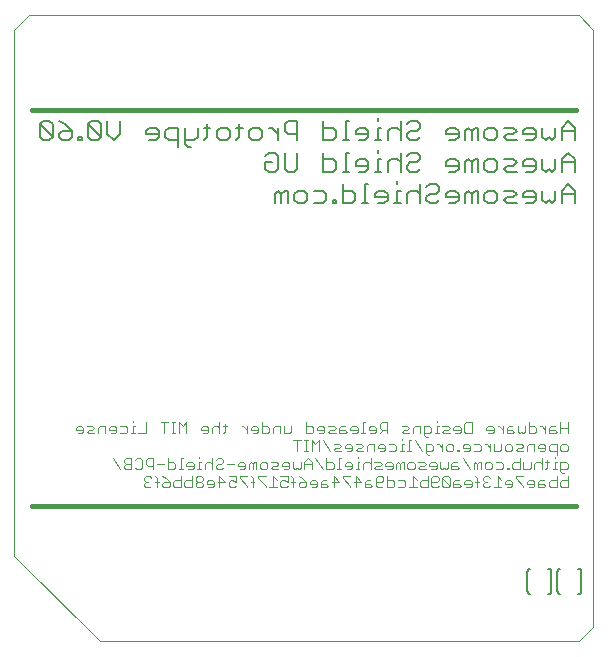
<source format=gbo>
G75*
%MOIN*%
%OFA0B0*%
%FSLAX25Y25*%
%IPPOS*%
%LPD*%
%AMOC8*
5,1,8,0,0,1.08239X$1,22.5*
%
%ADD10C,0.00004*%
%ADD11C,0.00600*%
%ADD12C,0.00300*%
%ADD13C,0.01600*%
%ADD14C,0.00800*%
D10*
X0008874Y0037220D02*
X0037220Y0008874D01*
X0197063Y0008874D01*
X0201787Y0013598D01*
X0201787Y0212811D01*
X0197063Y0217535D01*
X0013598Y0217535D01*
X0008874Y0212811D01*
X0008874Y0037220D01*
D11*
X0095703Y0154843D02*
X0095703Y0158046D01*
X0096771Y0159114D01*
X0097839Y0158046D01*
X0097839Y0154843D01*
X0099974Y0154843D02*
X0099974Y0159114D01*
X0098906Y0159114D01*
X0097839Y0158046D01*
X0102149Y0158046D02*
X0102149Y0155911D01*
X0103216Y0154843D01*
X0105352Y0154843D01*
X0106419Y0155911D01*
X0106419Y0158046D01*
X0105352Y0159114D01*
X0103216Y0159114D01*
X0102149Y0158046D01*
X0108594Y0159114D02*
X0111797Y0159114D01*
X0112865Y0158046D01*
X0112865Y0155911D01*
X0111797Y0154843D01*
X0108594Y0154843D01*
X0115020Y0154843D02*
X0116087Y0154843D01*
X0116087Y0155911D01*
X0115020Y0155911D01*
X0115020Y0154843D01*
X0118263Y0154843D02*
X0121465Y0154843D01*
X0122533Y0155911D01*
X0122533Y0158046D01*
X0121465Y0159114D01*
X0118263Y0159114D01*
X0118263Y0161249D02*
X0118263Y0154843D01*
X0124695Y0154843D02*
X0126830Y0154843D01*
X0125762Y0154843D02*
X0125762Y0161249D01*
X0126830Y0161249D01*
X0129005Y0158046D02*
X0130073Y0159114D01*
X0132208Y0159114D01*
X0133275Y0158046D01*
X0133275Y0155911D01*
X0132208Y0154843D01*
X0130073Y0154843D01*
X0129005Y0156978D02*
X0133275Y0156978D01*
X0135437Y0154843D02*
X0137572Y0154843D01*
X0136505Y0154843D02*
X0136505Y0159114D01*
X0137572Y0159114D01*
X0136505Y0161249D02*
X0136505Y0162316D01*
X0137572Y0165343D02*
X0137572Y0171749D01*
X0136505Y0169614D02*
X0134370Y0169614D01*
X0133302Y0168546D01*
X0133302Y0165343D01*
X0131127Y0165343D02*
X0128992Y0165343D01*
X0130059Y0165343D02*
X0130059Y0169614D01*
X0131127Y0169614D01*
X0130059Y0171749D02*
X0130059Y0172816D01*
X0130059Y0175843D02*
X0130059Y0180114D01*
X0131127Y0180114D01*
X0130059Y0182249D02*
X0130059Y0183316D01*
X0126830Y0179046D02*
X0125762Y0180114D01*
X0123627Y0180114D01*
X0122560Y0179046D01*
X0122560Y0177978D01*
X0126830Y0177978D01*
X0126830Y0176911D02*
X0126830Y0179046D01*
X0126830Y0176911D02*
X0125762Y0175843D01*
X0123627Y0175843D01*
X0120384Y0175843D02*
X0118249Y0175843D01*
X0119317Y0175843D02*
X0119317Y0182249D01*
X0120384Y0182249D01*
X0116087Y0179046D02*
X0116087Y0176911D01*
X0115020Y0175843D01*
X0111817Y0175843D01*
X0111817Y0182249D01*
X0111817Y0180114D02*
X0115020Y0180114D01*
X0116087Y0179046D01*
X0119317Y0171749D02*
X0119317Y0165343D01*
X0120384Y0165343D02*
X0118249Y0165343D01*
X0116087Y0166411D02*
X0116087Y0168546D01*
X0115020Y0169614D01*
X0111817Y0169614D01*
X0111817Y0171749D02*
X0111817Y0165343D01*
X0115020Y0165343D01*
X0116087Y0166411D01*
X0119317Y0171749D02*
X0120384Y0171749D01*
X0122560Y0168546D02*
X0122560Y0167478D01*
X0126830Y0167478D01*
X0126830Y0166411D02*
X0126830Y0168546D01*
X0125762Y0169614D01*
X0123627Y0169614D01*
X0122560Y0168546D01*
X0123627Y0165343D02*
X0125762Y0165343D01*
X0126830Y0166411D01*
X0129005Y0158046D02*
X0129005Y0156978D01*
X0139748Y0158046D02*
X0139748Y0154843D01*
X0139748Y0158046D02*
X0140815Y0159114D01*
X0142950Y0159114D01*
X0144018Y0158046D01*
X0146193Y0156978D02*
X0146193Y0155911D01*
X0147261Y0154843D01*
X0149396Y0154843D01*
X0150463Y0155911D01*
X0149396Y0158046D02*
X0147261Y0158046D01*
X0146193Y0156978D01*
X0144018Y0154843D02*
X0144018Y0161249D01*
X0146193Y0160181D02*
X0147261Y0161249D01*
X0149396Y0161249D01*
X0150463Y0160181D01*
X0150463Y0159114D01*
X0149396Y0158046D01*
X0152639Y0158046D02*
X0152639Y0156978D01*
X0156909Y0156978D01*
X0156909Y0155911D02*
X0156909Y0158046D01*
X0155841Y0159114D01*
X0153706Y0159114D01*
X0152639Y0158046D01*
X0153706Y0154843D02*
X0155841Y0154843D01*
X0156909Y0155911D01*
X0159084Y0154843D02*
X0159084Y0158046D01*
X0160152Y0159114D01*
X0161219Y0158046D01*
X0161219Y0154843D01*
X0163354Y0154843D02*
X0163354Y0159114D01*
X0162287Y0159114D01*
X0161219Y0158046D01*
X0165530Y0158046D02*
X0165530Y0155911D01*
X0166597Y0154843D01*
X0168732Y0154843D01*
X0169800Y0155911D01*
X0169800Y0158046D01*
X0168732Y0159114D01*
X0166597Y0159114D01*
X0165530Y0158046D01*
X0171975Y0159114D02*
X0175178Y0159114D01*
X0176245Y0158046D01*
X0175178Y0156978D01*
X0173043Y0156978D01*
X0171975Y0155911D01*
X0173043Y0154843D01*
X0176245Y0154843D01*
X0178421Y0156978D02*
X0182691Y0156978D01*
X0182691Y0155911D02*
X0182691Y0158046D01*
X0181623Y0159114D01*
X0179488Y0159114D01*
X0178421Y0158046D01*
X0178421Y0156978D01*
X0179488Y0154843D02*
X0181623Y0154843D01*
X0182691Y0155911D01*
X0184866Y0155911D02*
X0184866Y0159114D01*
X0184866Y0155911D02*
X0185934Y0154843D01*
X0187001Y0155911D01*
X0188069Y0154843D01*
X0189136Y0155911D01*
X0189136Y0159114D01*
X0191312Y0159114D02*
X0191312Y0154843D01*
X0191312Y0158046D02*
X0195582Y0158046D01*
X0195582Y0159114D02*
X0195582Y0154843D01*
X0195582Y0159114D02*
X0193447Y0161249D01*
X0191312Y0159114D01*
X0191312Y0165343D02*
X0191312Y0169614D01*
X0193447Y0171749D01*
X0195582Y0169614D01*
X0195582Y0165343D01*
X0195582Y0168546D02*
X0191312Y0168546D01*
X0189136Y0169614D02*
X0189136Y0166411D01*
X0188069Y0165343D01*
X0187001Y0166411D01*
X0185934Y0165343D01*
X0184866Y0166411D01*
X0184866Y0169614D01*
X0182691Y0168546D02*
X0182691Y0166411D01*
X0181623Y0165343D01*
X0179488Y0165343D01*
X0178421Y0167478D02*
X0178421Y0168546D01*
X0179488Y0169614D01*
X0181623Y0169614D01*
X0182691Y0168546D01*
X0182691Y0167478D02*
X0178421Y0167478D01*
X0176245Y0168546D02*
X0175178Y0169614D01*
X0171975Y0169614D01*
X0173043Y0167478D02*
X0171975Y0166411D01*
X0173043Y0165343D01*
X0176245Y0165343D01*
X0175178Y0167478D02*
X0176245Y0168546D01*
X0175178Y0167478D02*
X0173043Y0167478D01*
X0169800Y0166411D02*
X0168732Y0165343D01*
X0166597Y0165343D01*
X0165530Y0166411D01*
X0165530Y0168546D01*
X0166597Y0169614D01*
X0168732Y0169614D01*
X0169800Y0168546D01*
X0169800Y0166411D01*
X0163354Y0165343D02*
X0163354Y0169614D01*
X0162287Y0169614D01*
X0161219Y0168546D01*
X0160152Y0169614D01*
X0159084Y0168546D01*
X0159084Y0165343D01*
X0161219Y0165343D02*
X0161219Y0168546D01*
X0156909Y0168546D02*
X0156909Y0166411D01*
X0155841Y0165343D01*
X0153706Y0165343D01*
X0152639Y0167478D02*
X0156909Y0167478D01*
X0156909Y0168546D02*
X0155841Y0169614D01*
X0153706Y0169614D01*
X0152639Y0168546D01*
X0152639Y0167478D01*
X0153706Y0175843D02*
X0155841Y0175843D01*
X0156909Y0176911D01*
X0156909Y0179046D01*
X0155841Y0180114D01*
X0153706Y0180114D01*
X0152639Y0179046D01*
X0152639Y0177978D01*
X0156909Y0177978D01*
X0159084Y0179046D02*
X0159084Y0175843D01*
X0161219Y0175843D02*
X0161219Y0179046D01*
X0160152Y0180114D01*
X0159084Y0179046D01*
X0161219Y0179046D02*
X0162287Y0180114D01*
X0163354Y0180114D01*
X0163354Y0175843D01*
X0165530Y0176911D02*
X0165530Y0179046D01*
X0166597Y0180114D01*
X0168732Y0180114D01*
X0169800Y0179046D01*
X0169800Y0176911D01*
X0168732Y0175843D01*
X0166597Y0175843D01*
X0165530Y0176911D01*
X0171975Y0176911D02*
X0173043Y0177978D01*
X0175178Y0177978D01*
X0176245Y0179046D01*
X0175178Y0180114D01*
X0171975Y0180114D01*
X0171975Y0176911D02*
X0173043Y0175843D01*
X0176245Y0175843D01*
X0178421Y0177978D02*
X0182691Y0177978D01*
X0182691Y0176911D02*
X0182691Y0179046D01*
X0181623Y0180114D01*
X0179488Y0180114D01*
X0178421Y0179046D01*
X0178421Y0177978D01*
X0179488Y0175843D02*
X0181623Y0175843D01*
X0182691Y0176911D01*
X0184866Y0176911D02*
X0184866Y0180114D01*
X0184866Y0176911D02*
X0185934Y0175843D01*
X0187001Y0176911D01*
X0188069Y0175843D01*
X0189136Y0176911D01*
X0189136Y0180114D01*
X0191312Y0180114D02*
X0191312Y0175843D01*
X0191312Y0179046D02*
X0195582Y0179046D01*
X0195582Y0180114D02*
X0193447Y0182249D01*
X0191312Y0180114D01*
X0195582Y0180114D02*
X0195582Y0175843D01*
X0144018Y0176911D02*
X0142950Y0175843D01*
X0140815Y0175843D01*
X0139748Y0176911D01*
X0139748Y0177978D01*
X0140815Y0179046D01*
X0142950Y0179046D01*
X0144018Y0180114D01*
X0144018Y0181181D01*
X0142950Y0182249D01*
X0140815Y0182249D01*
X0139748Y0181181D01*
X0137572Y0182249D02*
X0137572Y0175843D01*
X0137572Y0179046D02*
X0136505Y0180114D01*
X0134370Y0180114D01*
X0133302Y0179046D01*
X0133302Y0175843D01*
X0131127Y0175843D02*
X0128992Y0175843D01*
X0136505Y0169614D02*
X0137572Y0168546D01*
X0139748Y0167478D02*
X0139748Y0166411D01*
X0140815Y0165343D01*
X0142950Y0165343D01*
X0144018Y0166411D01*
X0142950Y0168546D02*
X0140815Y0168546D01*
X0139748Y0167478D01*
X0142950Y0168546D02*
X0144018Y0169614D01*
X0144018Y0170681D01*
X0142950Y0171749D01*
X0140815Y0171749D01*
X0139748Y0170681D01*
X0103196Y0171749D02*
X0103196Y0166411D01*
X0102129Y0165343D01*
X0099994Y0165343D01*
X0098926Y0166411D01*
X0098926Y0171749D01*
X0096751Y0170681D02*
X0096751Y0166411D01*
X0095683Y0165343D01*
X0093548Y0165343D01*
X0092481Y0166411D01*
X0092481Y0168546D01*
X0094616Y0168546D01*
X0096751Y0170681D02*
X0095683Y0171749D01*
X0093548Y0171749D01*
X0092481Y0170681D01*
X0090312Y0175843D02*
X0088177Y0175843D01*
X0087109Y0176911D01*
X0087109Y0179046D01*
X0088177Y0180114D01*
X0090312Y0180114D01*
X0091380Y0179046D01*
X0091380Y0176911D01*
X0090312Y0175843D01*
X0093548Y0180114D02*
X0094616Y0180114D01*
X0096751Y0177978D01*
X0096751Y0175843D02*
X0096751Y0180114D01*
X0098926Y0181181D02*
X0098926Y0179046D01*
X0099994Y0177978D01*
X0103196Y0177978D01*
X0103196Y0175843D02*
X0103196Y0182249D01*
X0099994Y0182249D01*
X0098926Y0181181D01*
X0084934Y0180114D02*
X0082799Y0180114D01*
X0083867Y0181181D02*
X0083867Y0176911D01*
X0082799Y0175843D01*
X0080637Y0176911D02*
X0079570Y0175843D01*
X0077434Y0175843D01*
X0076367Y0176911D01*
X0076367Y0179046D01*
X0077434Y0180114D01*
X0079570Y0180114D01*
X0080637Y0179046D01*
X0080637Y0176911D01*
X0074192Y0180114D02*
X0072057Y0180114D01*
X0073124Y0181181D02*
X0073124Y0176911D01*
X0072057Y0175843D01*
X0069895Y0176911D02*
X0068827Y0175843D01*
X0065624Y0175843D01*
X0065624Y0174776D02*
X0066692Y0173708D01*
X0067760Y0173708D01*
X0065624Y0174776D02*
X0065624Y0180114D01*
X0063449Y0180114D02*
X0060246Y0180114D01*
X0059179Y0179046D01*
X0059179Y0176911D01*
X0060246Y0175843D01*
X0063449Y0175843D01*
X0063449Y0173708D02*
X0063449Y0180114D01*
X0069895Y0180114D02*
X0069895Y0176911D01*
X0057004Y0176911D02*
X0057004Y0179046D01*
X0055936Y0180114D01*
X0053801Y0180114D01*
X0052733Y0179046D01*
X0052733Y0177978D01*
X0057004Y0177978D01*
X0057004Y0176911D02*
X0055936Y0175843D01*
X0053801Y0175843D01*
X0044113Y0177978D02*
X0041978Y0175843D01*
X0039842Y0177978D01*
X0039842Y0182249D01*
X0037667Y0181181D02*
X0036600Y0182249D01*
X0034464Y0182249D01*
X0033397Y0181181D01*
X0037667Y0176911D01*
X0036600Y0175843D01*
X0034464Y0175843D01*
X0033397Y0176911D01*
X0033397Y0181181D01*
X0037667Y0181181D02*
X0037667Y0176911D01*
X0031222Y0176911D02*
X0031222Y0175843D01*
X0030154Y0175843D01*
X0030154Y0176911D01*
X0031222Y0176911D01*
X0027999Y0176911D02*
X0027999Y0179046D01*
X0024796Y0179046D01*
X0023729Y0177978D01*
X0023729Y0176911D01*
X0024796Y0175843D01*
X0026931Y0175843D01*
X0027999Y0176911D01*
X0027999Y0179046D02*
X0025864Y0181181D01*
X0023729Y0182249D01*
X0021553Y0181181D02*
X0020486Y0182249D01*
X0018351Y0182249D01*
X0017283Y0181181D01*
X0021553Y0176911D01*
X0020486Y0175843D01*
X0018351Y0175843D01*
X0017283Y0176911D01*
X0017283Y0181181D01*
X0021553Y0181181D02*
X0021553Y0176911D01*
X0044113Y0177978D02*
X0044113Y0182249D01*
D12*
X0048358Y0082486D02*
X0048358Y0081869D01*
X0048358Y0080635D02*
X0048358Y0078166D01*
X0048975Y0078166D02*
X0047741Y0078166D01*
X0046520Y0078783D02*
X0045903Y0078166D01*
X0044051Y0078166D01*
X0042837Y0078783D02*
X0042837Y0080017D01*
X0042220Y0080635D01*
X0040985Y0080635D01*
X0040368Y0080017D01*
X0040368Y0079400D01*
X0042837Y0079400D01*
X0042837Y0078783D02*
X0042220Y0078166D01*
X0040985Y0078166D01*
X0039154Y0078166D02*
X0039154Y0080635D01*
X0037302Y0080635D01*
X0036685Y0080017D01*
X0036685Y0078166D01*
X0035471Y0078166D02*
X0033619Y0078166D01*
X0033002Y0078783D01*
X0033619Y0079400D01*
X0034853Y0079400D01*
X0035471Y0080017D01*
X0034853Y0080635D01*
X0033002Y0080635D01*
X0031787Y0080017D02*
X0031170Y0080635D01*
X0029936Y0080635D01*
X0029319Y0080017D01*
X0029319Y0079400D01*
X0031787Y0079400D01*
X0031787Y0078783D02*
X0031787Y0080017D01*
X0031787Y0078783D02*
X0031170Y0078166D01*
X0029936Y0078166D01*
X0041596Y0069869D02*
X0044065Y0066166D01*
X0045279Y0066783D02*
X0045896Y0066166D01*
X0047748Y0066166D01*
X0047748Y0069869D01*
X0045896Y0069869D01*
X0045279Y0069252D01*
X0045279Y0068635D01*
X0045896Y0068017D01*
X0047748Y0068017D01*
X0048962Y0066783D02*
X0049579Y0066166D01*
X0050814Y0066166D01*
X0051431Y0066783D01*
X0051431Y0069252D01*
X0050814Y0069869D01*
X0049579Y0069869D01*
X0048962Y0069252D01*
X0052645Y0069252D02*
X0052645Y0068017D01*
X0053262Y0067400D01*
X0055114Y0067400D01*
X0055114Y0066166D02*
X0055114Y0069869D01*
X0053262Y0069869D01*
X0052645Y0069252D01*
X0056328Y0068017D02*
X0058797Y0068017D01*
X0060012Y0068635D02*
X0061863Y0068635D01*
X0062480Y0068017D01*
X0062480Y0066783D01*
X0061863Y0066166D01*
X0060012Y0066166D01*
X0060012Y0069869D01*
X0064319Y0069869D02*
X0064319Y0066166D01*
X0064936Y0066166D02*
X0063701Y0066166D01*
X0064322Y0063869D02*
X0064322Y0060166D01*
X0062470Y0060166D01*
X0061853Y0060783D01*
X0061853Y0062017D01*
X0062470Y0062635D01*
X0064322Y0062635D01*
X0065536Y0062017D02*
X0065536Y0060783D01*
X0066153Y0060166D01*
X0068005Y0060166D01*
X0068005Y0063869D01*
X0068005Y0062635D02*
X0066153Y0062635D01*
X0065536Y0062017D01*
X0069219Y0061400D02*
X0069219Y0060783D01*
X0069837Y0060166D01*
X0071071Y0060166D01*
X0071688Y0060783D01*
X0071688Y0061400D01*
X0071071Y0062017D01*
X0069837Y0062017D01*
X0069219Y0061400D01*
X0069837Y0062017D02*
X0069219Y0062635D01*
X0069219Y0063252D01*
X0069837Y0063869D01*
X0071071Y0063869D01*
X0071688Y0063252D01*
X0071688Y0062635D01*
X0071071Y0062017D01*
X0072902Y0062017D02*
X0072902Y0061400D01*
X0075371Y0061400D01*
X0075371Y0060783D02*
X0075371Y0062017D01*
X0074754Y0062635D01*
X0073520Y0062635D01*
X0072902Y0062017D01*
X0073520Y0060166D02*
X0074754Y0060166D01*
X0075371Y0060783D01*
X0076586Y0062017D02*
X0079054Y0062017D01*
X0077203Y0063869D01*
X0077203Y0060166D01*
X0080269Y0060783D02*
X0080886Y0060166D01*
X0082120Y0060166D01*
X0082738Y0060783D01*
X0082738Y0062017D02*
X0081503Y0062635D01*
X0080886Y0062635D01*
X0080269Y0062017D01*
X0080269Y0060783D01*
X0082738Y0062017D02*
X0082738Y0063869D01*
X0080269Y0063869D01*
X0077823Y0066166D02*
X0078441Y0066783D01*
X0077823Y0066166D02*
X0076589Y0066166D01*
X0075972Y0066783D01*
X0075972Y0067400D01*
X0076589Y0068017D01*
X0077823Y0068017D01*
X0078441Y0068635D01*
X0078441Y0069252D01*
X0077823Y0069869D01*
X0076589Y0069869D01*
X0075972Y0069252D01*
X0074757Y0069869D02*
X0074757Y0066166D01*
X0074757Y0068017D02*
X0074140Y0068635D01*
X0072906Y0068635D01*
X0072289Y0068017D01*
X0072289Y0066166D01*
X0071074Y0066166D02*
X0069840Y0066166D01*
X0070457Y0066166D02*
X0070457Y0068635D01*
X0071074Y0068635D01*
X0070457Y0069869D02*
X0070457Y0070486D01*
X0068002Y0068635D02*
X0066767Y0068635D01*
X0066150Y0068017D01*
X0066150Y0067400D01*
X0068619Y0067400D01*
X0068619Y0066783D02*
X0068619Y0068017D01*
X0068002Y0068635D01*
X0068619Y0066783D02*
X0068002Y0066166D01*
X0066767Y0066166D01*
X0064936Y0069869D02*
X0064319Y0069869D01*
X0059404Y0063252D02*
X0060639Y0062017D01*
X0058787Y0062017D01*
X0058170Y0061400D01*
X0058170Y0060783D01*
X0058787Y0060166D01*
X0060022Y0060166D01*
X0060639Y0060783D01*
X0060639Y0062017D01*
X0059404Y0063252D02*
X0058170Y0063869D01*
X0056338Y0063252D02*
X0055721Y0063869D01*
X0056338Y0063252D02*
X0056338Y0060166D01*
X0054500Y0060783D02*
X0053883Y0060166D01*
X0052649Y0060166D01*
X0052031Y0060783D01*
X0052031Y0061400D01*
X0052649Y0062017D01*
X0053266Y0062017D01*
X0052649Y0062017D02*
X0052031Y0062635D01*
X0052031Y0063252D01*
X0052649Y0063869D01*
X0053883Y0063869D01*
X0054500Y0063252D01*
X0055721Y0062017D02*
X0056956Y0062017D01*
X0045896Y0068017D02*
X0045279Y0067400D01*
X0045279Y0066783D01*
X0046520Y0078783D02*
X0046520Y0080017D01*
X0045903Y0080635D01*
X0044051Y0080635D01*
X0048358Y0080635D02*
X0048975Y0080635D01*
X0050190Y0078166D02*
X0052659Y0078166D01*
X0052659Y0081869D01*
X0057556Y0081869D02*
X0060025Y0081869D01*
X0061246Y0081869D02*
X0062480Y0081869D01*
X0061863Y0081869D02*
X0061863Y0078166D01*
X0062480Y0078166D02*
X0061246Y0078166D01*
X0063695Y0078166D02*
X0063695Y0081869D01*
X0064929Y0080635D01*
X0066163Y0081869D01*
X0066163Y0078166D01*
X0071061Y0079400D02*
X0073530Y0079400D01*
X0073530Y0078783D02*
X0073530Y0080017D01*
X0072913Y0080635D01*
X0071678Y0080635D01*
X0071061Y0080017D01*
X0071061Y0079400D01*
X0071678Y0078166D02*
X0072913Y0078166D01*
X0073530Y0078783D01*
X0074744Y0078166D02*
X0074744Y0080017D01*
X0075361Y0080635D01*
X0076596Y0080635D01*
X0077213Y0080017D01*
X0078434Y0080635D02*
X0079668Y0080635D01*
X0079051Y0081252D02*
X0079051Y0078783D01*
X0078434Y0078166D01*
X0077213Y0078166D02*
X0077213Y0081869D01*
X0084569Y0080635D02*
X0085186Y0080635D01*
X0086421Y0079400D01*
X0087635Y0079400D02*
X0090104Y0079400D01*
X0090104Y0078783D02*
X0090104Y0080017D01*
X0089487Y0080635D01*
X0088252Y0080635D01*
X0087635Y0080017D01*
X0087635Y0079400D01*
X0088252Y0078166D02*
X0089487Y0078166D01*
X0090104Y0078783D01*
X0091318Y0078166D02*
X0093170Y0078166D01*
X0093787Y0078783D01*
X0093787Y0080017D01*
X0093170Y0080635D01*
X0091318Y0080635D01*
X0091318Y0081869D02*
X0091318Y0078166D01*
X0095001Y0078166D02*
X0095001Y0080017D01*
X0095619Y0080635D01*
X0097470Y0080635D01*
X0097470Y0078166D01*
X0098685Y0078166D02*
X0098685Y0080635D01*
X0098685Y0078166D02*
X0100536Y0078166D01*
X0101153Y0078783D01*
X0101153Y0080635D01*
X0101754Y0075869D02*
X0104223Y0075869D01*
X0105444Y0075869D02*
X0106678Y0075869D01*
X0106061Y0075869D02*
X0106061Y0072166D01*
X0106678Y0072166D02*
X0105444Y0072166D01*
X0107892Y0072166D02*
X0107892Y0075869D01*
X0109127Y0074635D01*
X0110361Y0075869D01*
X0110361Y0072166D01*
X0109120Y0069869D02*
X0111589Y0066166D01*
X0112803Y0066166D02*
X0112803Y0069869D01*
X0112803Y0068635D02*
X0114655Y0068635D01*
X0115272Y0068017D01*
X0115272Y0066783D01*
X0114655Y0066166D01*
X0112803Y0066166D01*
X0115262Y0063869D02*
X0117114Y0062017D01*
X0114645Y0062017D01*
X0113430Y0060783D02*
X0112813Y0061400D01*
X0110962Y0061400D01*
X0110962Y0062017D02*
X0110962Y0060166D01*
X0112813Y0060166D01*
X0113430Y0060783D01*
X0115262Y0060166D02*
X0115262Y0063869D01*
X0116493Y0066166D02*
X0117727Y0066166D01*
X0117110Y0066166D02*
X0117110Y0069869D01*
X0117727Y0069869D01*
X0119559Y0068635D02*
X0118942Y0068017D01*
X0118942Y0067400D01*
X0121411Y0067400D01*
X0121411Y0066783D02*
X0121411Y0068017D01*
X0120793Y0068635D01*
X0119559Y0068635D01*
X0119559Y0066166D02*
X0120793Y0066166D01*
X0121411Y0066783D01*
X0122632Y0066166D02*
X0123866Y0066166D01*
X0123249Y0066166D02*
X0123249Y0068635D01*
X0123866Y0068635D01*
X0125080Y0068017D02*
X0125080Y0066166D01*
X0125080Y0068017D02*
X0125698Y0068635D01*
X0126932Y0068635D01*
X0127549Y0068017D01*
X0128764Y0068635D02*
X0130615Y0068635D01*
X0131232Y0068017D01*
X0130615Y0067400D01*
X0129381Y0067400D01*
X0128764Y0066783D01*
X0129381Y0066166D01*
X0131232Y0066166D01*
X0132447Y0067400D02*
X0134915Y0067400D01*
X0134915Y0066783D02*
X0134915Y0068017D01*
X0134298Y0068635D01*
X0133064Y0068635D01*
X0132447Y0068017D01*
X0132447Y0067400D01*
X0133064Y0066166D02*
X0134298Y0066166D01*
X0134915Y0066783D01*
X0136130Y0066166D02*
X0136130Y0068017D01*
X0136747Y0068635D01*
X0137364Y0068017D01*
X0137364Y0066166D01*
X0138599Y0066166D02*
X0138599Y0068635D01*
X0137981Y0068635D01*
X0137364Y0068017D01*
X0139813Y0068017D02*
X0139813Y0066783D01*
X0140430Y0066166D01*
X0141665Y0066166D01*
X0142282Y0066783D01*
X0142282Y0068017D01*
X0141665Y0068635D01*
X0140430Y0068635D01*
X0139813Y0068017D01*
X0139820Y0072166D02*
X0141054Y0072166D01*
X0140437Y0072166D02*
X0140437Y0075869D01*
X0141054Y0075869D01*
X0142268Y0075869D02*
X0144737Y0072166D01*
X0145952Y0072166D02*
X0147803Y0072166D01*
X0148420Y0072783D01*
X0148420Y0074017D01*
X0147803Y0074635D01*
X0145952Y0074635D01*
X0145952Y0071549D01*
X0146569Y0070931D01*
X0147186Y0070931D01*
X0147796Y0068635D02*
X0147179Y0068017D01*
X0147179Y0067400D01*
X0149648Y0067400D01*
X0149648Y0066783D02*
X0149648Y0068017D01*
X0149031Y0068635D01*
X0147796Y0068635D01*
X0145965Y0068017D02*
X0145348Y0068635D01*
X0143496Y0068635D01*
X0144113Y0067400D02*
X0145348Y0067400D01*
X0145965Y0068017D01*
X0145965Y0066166D02*
X0144113Y0066166D01*
X0143496Y0066783D01*
X0144113Y0067400D01*
X0141661Y0063869D02*
X0141661Y0060166D01*
X0140427Y0060166D02*
X0142896Y0060166D01*
X0144110Y0060783D02*
X0144110Y0062017D01*
X0144727Y0062635D01*
X0146579Y0062635D01*
X0146579Y0063869D02*
X0146579Y0060166D01*
X0144727Y0060166D01*
X0144110Y0060783D01*
X0142896Y0062635D02*
X0141661Y0063869D01*
X0139212Y0062017D02*
X0139212Y0060783D01*
X0138595Y0060166D01*
X0136744Y0060166D01*
X0135529Y0060783D02*
X0135529Y0062017D01*
X0134912Y0062635D01*
X0133061Y0062635D01*
X0131846Y0062635D02*
X0131229Y0062017D01*
X0129377Y0062017D01*
X0129377Y0060783D02*
X0129377Y0063252D01*
X0129995Y0063869D01*
X0131229Y0063869D01*
X0131846Y0063252D01*
X0131846Y0062635D01*
X0133061Y0063869D02*
X0133061Y0060166D01*
X0134912Y0060166D01*
X0135529Y0060783D01*
X0136744Y0062635D02*
X0138595Y0062635D01*
X0139212Y0062017D01*
X0131846Y0060783D02*
X0131229Y0060166D01*
X0129995Y0060166D01*
X0129377Y0060783D01*
X0128163Y0060783D02*
X0127546Y0061400D01*
X0125694Y0061400D01*
X0125694Y0062017D02*
X0125694Y0060166D01*
X0127546Y0060166D01*
X0128163Y0060783D01*
X0127546Y0062635D02*
X0126311Y0062635D01*
X0125694Y0062017D01*
X0124480Y0062017D02*
X0122011Y0062017D01*
X0120797Y0060783D02*
X0120797Y0060166D01*
X0120797Y0060783D02*
X0118328Y0063252D01*
X0118328Y0063869D01*
X0120797Y0063869D01*
X0122628Y0063869D02*
X0124480Y0062017D01*
X0122628Y0060166D02*
X0122628Y0063869D01*
X0127549Y0066166D02*
X0127549Y0069869D01*
X0128777Y0072166D02*
X0128777Y0074635D01*
X0126925Y0074635D01*
X0126308Y0074017D01*
X0126308Y0072166D01*
X0125094Y0072166D02*
X0123242Y0072166D01*
X0122625Y0072783D01*
X0123242Y0073400D01*
X0124477Y0073400D01*
X0125094Y0074017D01*
X0124477Y0074635D01*
X0122625Y0074635D01*
X0121411Y0074017D02*
X0120793Y0074635D01*
X0119559Y0074635D01*
X0118942Y0074017D01*
X0118942Y0073400D01*
X0121411Y0073400D01*
X0121411Y0072783D02*
X0121411Y0074017D01*
X0121411Y0072783D02*
X0120793Y0072166D01*
X0119559Y0072166D01*
X0117727Y0072166D02*
X0115876Y0072166D01*
X0115259Y0072783D01*
X0115876Y0073400D01*
X0117110Y0073400D01*
X0117727Y0074017D01*
X0117110Y0074635D01*
X0115259Y0074635D01*
X0114044Y0072166D02*
X0111576Y0075869D01*
X0111586Y0078166D02*
X0112203Y0078783D01*
X0112203Y0080017D01*
X0111586Y0080635D01*
X0110351Y0080635D01*
X0109734Y0080017D01*
X0109734Y0079400D01*
X0112203Y0079400D01*
X0113417Y0078783D02*
X0114034Y0079400D01*
X0115269Y0079400D01*
X0115886Y0080017D01*
X0115269Y0080635D01*
X0113417Y0080635D01*
X0113417Y0078783D02*
X0114034Y0078166D01*
X0115886Y0078166D01*
X0117100Y0078166D02*
X0118952Y0078166D01*
X0119569Y0078783D01*
X0118952Y0079400D01*
X0117100Y0079400D01*
X0117100Y0080017D02*
X0117100Y0078166D01*
X0117100Y0080017D02*
X0117717Y0080635D01*
X0118952Y0080635D01*
X0120783Y0080017D02*
X0120783Y0079400D01*
X0123252Y0079400D01*
X0123252Y0078783D02*
X0123252Y0080017D01*
X0122635Y0080635D01*
X0121401Y0080635D01*
X0120783Y0080017D01*
X0121401Y0078166D02*
X0122635Y0078166D01*
X0123252Y0078783D01*
X0124473Y0078166D02*
X0125708Y0078166D01*
X0125090Y0078166D02*
X0125090Y0081869D01*
X0125708Y0081869D01*
X0127539Y0080635D02*
X0126922Y0080017D01*
X0126922Y0079400D01*
X0129391Y0079400D01*
X0129391Y0078783D02*
X0129391Y0080017D01*
X0128774Y0080635D01*
X0127539Y0080635D01*
X0127539Y0078166D02*
X0128774Y0078166D01*
X0129391Y0078783D01*
X0130605Y0078166D02*
X0131839Y0079400D01*
X0131222Y0079400D02*
X0133074Y0079400D01*
X0133074Y0078166D02*
X0133074Y0081869D01*
X0131222Y0081869D01*
X0130605Y0081252D01*
X0130605Y0080017D01*
X0131222Y0079400D01*
X0130608Y0074635D02*
X0129991Y0074017D01*
X0129991Y0073400D01*
X0132460Y0073400D01*
X0132460Y0072783D02*
X0132460Y0074017D01*
X0131843Y0074635D01*
X0130608Y0074635D01*
X0130608Y0072166D02*
X0131843Y0072166D01*
X0132460Y0072783D01*
X0133674Y0072166D02*
X0135526Y0072166D01*
X0136143Y0072783D01*
X0136143Y0074017D01*
X0135526Y0074635D01*
X0133674Y0074635D01*
X0137981Y0074635D02*
X0137981Y0072166D01*
X0137364Y0072166D02*
X0138599Y0072166D01*
X0138599Y0074635D02*
X0137981Y0074635D01*
X0137981Y0075869D02*
X0137981Y0076486D01*
X0138589Y0078166D02*
X0137971Y0078783D01*
X0138589Y0079400D01*
X0139823Y0079400D01*
X0140440Y0080017D01*
X0139823Y0080635D01*
X0137971Y0080635D01*
X0138589Y0078166D02*
X0140440Y0078166D01*
X0141655Y0078166D02*
X0141655Y0080017D01*
X0142272Y0080635D01*
X0144123Y0080635D01*
X0144123Y0078166D01*
X0145338Y0078166D02*
X0147189Y0078166D01*
X0147806Y0078783D01*
X0147806Y0080017D01*
X0147189Y0080635D01*
X0145338Y0080635D01*
X0145338Y0077549D01*
X0145955Y0076931D01*
X0146572Y0076931D01*
X0149027Y0078166D02*
X0150262Y0078166D01*
X0149645Y0078166D02*
X0149645Y0080635D01*
X0150262Y0080635D01*
X0151476Y0080635D02*
X0153328Y0080635D01*
X0153945Y0080017D01*
X0153328Y0079400D01*
X0152093Y0079400D01*
X0151476Y0078783D01*
X0152093Y0078166D01*
X0153945Y0078166D01*
X0155159Y0079400D02*
X0157628Y0079400D01*
X0157628Y0078783D02*
X0157628Y0080017D01*
X0157011Y0080635D01*
X0155777Y0080635D01*
X0155159Y0080017D01*
X0155159Y0079400D01*
X0155777Y0078166D02*
X0157011Y0078166D01*
X0157628Y0078783D01*
X0158843Y0078783D02*
X0158843Y0081252D01*
X0159460Y0081869D01*
X0161311Y0081869D01*
X0161311Y0078166D01*
X0159460Y0078166D01*
X0158843Y0078783D01*
X0158846Y0074635D02*
X0158229Y0074017D01*
X0158229Y0073400D01*
X0160697Y0073400D01*
X0160697Y0072783D02*
X0160697Y0074017D01*
X0160080Y0074635D01*
X0158846Y0074635D01*
X0158846Y0072166D02*
X0160080Y0072166D01*
X0160697Y0072783D01*
X0161912Y0072166D02*
X0163763Y0072166D01*
X0164381Y0072783D01*
X0164381Y0074017D01*
X0163763Y0074635D01*
X0161912Y0074635D01*
X0165598Y0074635D02*
X0166215Y0074635D01*
X0167450Y0073400D01*
X0167450Y0072166D02*
X0167450Y0074635D01*
X0168664Y0074635D02*
X0168664Y0072166D01*
X0170516Y0072166D01*
X0171133Y0072783D01*
X0171133Y0074635D01*
X0172347Y0074017D02*
X0172965Y0074635D01*
X0174199Y0074635D01*
X0174816Y0074017D01*
X0174816Y0072783D01*
X0174199Y0072166D01*
X0172965Y0072166D01*
X0172347Y0072783D01*
X0172347Y0074017D01*
X0176031Y0074635D02*
X0177882Y0074635D01*
X0178499Y0074017D01*
X0177882Y0073400D01*
X0176648Y0073400D01*
X0176031Y0072783D01*
X0176648Y0072166D01*
X0178499Y0072166D01*
X0179714Y0072166D02*
X0179714Y0074017D01*
X0180331Y0074635D01*
X0182182Y0074635D01*
X0182182Y0072166D01*
X0183397Y0073400D02*
X0185866Y0073400D01*
X0185866Y0072783D02*
X0185866Y0074017D01*
X0185248Y0074635D01*
X0184014Y0074635D01*
X0183397Y0074017D01*
X0183397Y0073400D01*
X0184014Y0072166D02*
X0185248Y0072166D01*
X0185866Y0072783D01*
X0187080Y0072783D02*
X0187697Y0072166D01*
X0189549Y0072166D01*
X0189549Y0070931D02*
X0189549Y0074635D01*
X0187697Y0074635D01*
X0187080Y0074017D01*
X0187080Y0072783D01*
X0188932Y0070486D02*
X0188932Y0069869D01*
X0188932Y0068635D02*
X0188932Y0066166D01*
X0189549Y0066166D02*
X0188314Y0066166D01*
X0186476Y0066783D02*
X0186476Y0069252D01*
X0187093Y0068635D02*
X0185859Y0068635D01*
X0184638Y0068017D02*
X0184021Y0068635D01*
X0182786Y0068635D01*
X0182169Y0068017D01*
X0182169Y0066166D01*
X0180955Y0066783D02*
X0180955Y0068635D01*
X0180955Y0066783D02*
X0180338Y0066166D01*
X0178486Y0066166D01*
X0178486Y0068635D01*
X0177272Y0068635D02*
X0175420Y0068635D01*
X0174803Y0068017D01*
X0174803Y0066783D01*
X0175420Y0066166D01*
X0177272Y0066166D01*
X0177272Y0069869D01*
X0173588Y0066783D02*
X0172971Y0066783D01*
X0172971Y0066166D01*
X0173588Y0066166D01*
X0173588Y0066783D01*
X0171747Y0066783D02*
X0171747Y0068017D01*
X0171130Y0068635D01*
X0169278Y0068635D01*
X0168064Y0068017D02*
X0168064Y0066783D01*
X0167447Y0066166D01*
X0166212Y0066166D01*
X0165595Y0066783D01*
X0165595Y0068017D01*
X0166212Y0068635D01*
X0167447Y0068635D01*
X0168064Y0068017D01*
X0169278Y0066166D02*
X0171130Y0066166D01*
X0171747Y0066783D01*
X0169899Y0063869D02*
X0169899Y0060166D01*
X0171133Y0060166D02*
X0168664Y0060166D01*
X0167450Y0060783D02*
X0166833Y0060166D01*
X0165598Y0060166D01*
X0164981Y0060783D01*
X0164981Y0061400D01*
X0165598Y0062017D01*
X0166215Y0062017D01*
X0165598Y0062017D02*
X0164981Y0062635D01*
X0164981Y0063252D01*
X0165598Y0063869D01*
X0166833Y0063869D01*
X0167450Y0063252D01*
X0169899Y0063869D02*
X0171133Y0062635D01*
X0172347Y0062017D02*
X0172347Y0061400D01*
X0174816Y0061400D01*
X0174816Y0060783D02*
X0174816Y0062017D01*
X0174199Y0062635D01*
X0172965Y0062635D01*
X0172347Y0062017D01*
X0172965Y0060166D02*
X0174199Y0060166D01*
X0174816Y0060783D01*
X0176031Y0063252D02*
X0178499Y0060783D01*
X0178499Y0060166D01*
X0179714Y0061400D02*
X0182182Y0061400D01*
X0182182Y0060783D02*
X0182182Y0062017D01*
X0181565Y0062635D01*
X0180331Y0062635D01*
X0179714Y0062017D01*
X0179714Y0061400D01*
X0180331Y0060166D02*
X0181565Y0060166D01*
X0182182Y0060783D01*
X0183397Y0061400D02*
X0185248Y0061400D01*
X0185866Y0060783D01*
X0185248Y0060166D01*
X0183397Y0060166D01*
X0183397Y0062017D01*
X0184014Y0062635D01*
X0185248Y0062635D01*
X0187080Y0062017D02*
X0187080Y0060783D01*
X0187697Y0060166D01*
X0189549Y0060166D01*
X0189549Y0063869D01*
X0189549Y0062635D02*
X0187697Y0062635D01*
X0187080Y0062017D01*
X0190763Y0062017D02*
X0190763Y0060783D01*
X0191380Y0060166D01*
X0193232Y0060166D01*
X0193232Y0063869D01*
X0193232Y0062635D02*
X0191380Y0062635D01*
X0190763Y0062017D01*
X0191380Y0064931D02*
X0190763Y0065549D01*
X0190763Y0068635D01*
X0192615Y0068635D01*
X0193232Y0068017D01*
X0193232Y0066783D01*
X0192615Y0066166D01*
X0190763Y0066166D01*
X0191380Y0064931D02*
X0191998Y0064931D01*
X0189549Y0068635D02*
X0188932Y0068635D01*
X0186476Y0066783D02*
X0185859Y0066166D01*
X0184638Y0066166D02*
X0184638Y0069869D01*
X0190763Y0072783D02*
X0191380Y0072166D01*
X0192615Y0072166D01*
X0193232Y0072783D01*
X0193232Y0074017D01*
X0192615Y0074635D01*
X0191380Y0074635D01*
X0190763Y0074017D01*
X0190763Y0072783D01*
X0190763Y0078166D02*
X0190763Y0081869D01*
X0190763Y0080017D02*
X0193232Y0080017D01*
X0193232Y0078166D02*
X0193232Y0081869D01*
X0188932Y0080635D02*
X0187697Y0080635D01*
X0187080Y0080017D01*
X0187080Y0078166D01*
X0188932Y0078166D01*
X0189549Y0078783D01*
X0188932Y0079400D01*
X0187080Y0079400D01*
X0185866Y0079400D02*
X0184631Y0080635D01*
X0184014Y0080635D01*
X0182796Y0080017D02*
X0182796Y0078783D01*
X0182179Y0078166D01*
X0180328Y0078166D01*
X0180328Y0081869D01*
X0180328Y0080635D02*
X0182179Y0080635D01*
X0182796Y0080017D01*
X0179113Y0080635D02*
X0179113Y0078783D01*
X0178496Y0078166D01*
X0177879Y0078783D01*
X0177262Y0078166D01*
X0176644Y0078783D01*
X0176644Y0080635D01*
X0174813Y0080635D02*
X0173578Y0080635D01*
X0172961Y0080017D01*
X0172961Y0078166D01*
X0174813Y0078166D01*
X0175430Y0078783D01*
X0174813Y0079400D01*
X0172961Y0079400D01*
X0171747Y0079400D02*
X0170513Y0080635D01*
X0169895Y0080635D01*
X0168678Y0080017D02*
X0168060Y0080635D01*
X0166826Y0080635D01*
X0166209Y0080017D01*
X0166209Y0079400D01*
X0168678Y0079400D01*
X0168678Y0078783D02*
X0168678Y0080017D01*
X0168678Y0078783D02*
X0168060Y0078166D01*
X0166826Y0078166D01*
X0171747Y0078166D02*
X0171747Y0080635D01*
X0164381Y0068635D02*
X0163763Y0068635D01*
X0163146Y0068017D01*
X0162529Y0068635D01*
X0161912Y0068017D01*
X0161912Y0066166D01*
X0160697Y0066166D02*
X0158229Y0069869D01*
X0156397Y0068635D02*
X0155163Y0068635D01*
X0154546Y0068017D01*
X0154546Y0066166D01*
X0156397Y0066166D01*
X0157014Y0066783D01*
X0156397Y0067400D01*
X0154546Y0067400D01*
X0153331Y0066783D02*
X0153331Y0068635D01*
X0153331Y0066783D02*
X0152714Y0066166D01*
X0152097Y0066783D01*
X0151480Y0066166D01*
X0150862Y0066783D01*
X0150862Y0068635D01*
X0149648Y0066783D02*
X0149031Y0066166D01*
X0147796Y0066166D01*
X0148410Y0063869D02*
X0149645Y0063869D01*
X0150262Y0063252D01*
X0150262Y0062635D01*
X0149645Y0062017D01*
X0147793Y0062017D01*
X0147793Y0060783D02*
X0147793Y0063252D01*
X0148410Y0063869D01*
X0151476Y0063252D02*
X0153945Y0060783D01*
X0153328Y0060166D01*
X0152093Y0060166D01*
X0151476Y0060783D01*
X0151476Y0063252D01*
X0152093Y0063869D01*
X0153328Y0063869D01*
X0153945Y0063252D01*
X0153945Y0060783D01*
X0155159Y0061400D02*
X0157011Y0061400D01*
X0157628Y0060783D01*
X0157011Y0060166D01*
X0155159Y0060166D01*
X0155159Y0062017D01*
X0155777Y0062635D01*
X0157011Y0062635D01*
X0158843Y0062017D02*
X0158843Y0061400D01*
X0161311Y0061400D01*
X0161311Y0060783D02*
X0161311Y0062017D01*
X0160694Y0062635D01*
X0159460Y0062635D01*
X0158843Y0062017D01*
X0159460Y0060166D02*
X0160694Y0060166D01*
X0161311Y0060783D01*
X0162532Y0062017D02*
X0163767Y0062017D01*
X0163150Y0063252D02*
X0162532Y0063869D01*
X0163150Y0063252D02*
X0163150Y0060166D01*
X0163146Y0066166D02*
X0163146Y0068017D01*
X0164381Y0068635D02*
X0164381Y0066166D01*
X0157014Y0072166D02*
X0156397Y0072166D01*
X0156397Y0072783D01*
X0157014Y0072783D01*
X0157014Y0072166D01*
X0155173Y0072783D02*
X0154556Y0072166D01*
X0153321Y0072166D01*
X0152704Y0072783D01*
X0152704Y0074017D01*
X0153321Y0074635D01*
X0154556Y0074635D01*
X0155173Y0074017D01*
X0155173Y0072783D01*
X0151490Y0073400D02*
X0150255Y0074635D01*
X0149638Y0074635D01*
X0151490Y0074635D02*
X0151490Y0072166D01*
X0149645Y0081869D02*
X0149645Y0082486D01*
X0150262Y0060783D02*
X0149645Y0060166D01*
X0148410Y0060166D01*
X0147793Y0060783D01*
X0123249Y0069869D02*
X0123249Y0070486D01*
X0112813Y0062635D02*
X0111579Y0062635D01*
X0110962Y0062017D01*
X0109747Y0062017D02*
X0109130Y0062635D01*
X0107896Y0062635D01*
X0107279Y0062017D01*
X0107279Y0061400D01*
X0109747Y0061400D01*
X0109747Y0060783D02*
X0109747Y0062017D01*
X0109747Y0060783D02*
X0109130Y0060166D01*
X0107896Y0060166D01*
X0106064Y0060783D02*
X0106064Y0062017D01*
X0104213Y0062017D01*
X0103595Y0061400D01*
X0103595Y0060783D01*
X0104213Y0060166D01*
X0105447Y0060166D01*
X0106064Y0060783D01*
X0106064Y0062017D02*
X0104830Y0063252D01*
X0103595Y0063869D01*
X0101764Y0063252D02*
X0101147Y0063869D01*
X0101764Y0063252D02*
X0101764Y0060166D01*
X0099926Y0060783D02*
X0099308Y0060166D01*
X0098074Y0060166D01*
X0097457Y0060783D01*
X0097457Y0062017D01*
X0098074Y0062635D01*
X0098691Y0062635D01*
X0099926Y0062017D01*
X0099926Y0063869D01*
X0097457Y0063869D01*
X0096242Y0062635D02*
X0095008Y0063869D01*
X0095008Y0060166D01*
X0096242Y0060166D02*
X0093774Y0060166D01*
X0092559Y0060166D02*
X0092559Y0060783D01*
X0090091Y0063252D01*
X0090091Y0063869D01*
X0092559Y0063869D01*
X0092556Y0066166D02*
X0093173Y0066783D01*
X0093173Y0068017D01*
X0092556Y0068635D01*
X0091322Y0068635D01*
X0090704Y0068017D01*
X0090704Y0066783D01*
X0091322Y0066166D01*
X0092556Y0066166D01*
X0094388Y0066783D02*
X0095005Y0067400D01*
X0096239Y0067400D01*
X0096856Y0068017D01*
X0096239Y0068635D01*
X0094388Y0068635D01*
X0094388Y0066783D02*
X0095005Y0066166D01*
X0096856Y0066166D01*
X0098071Y0067400D02*
X0098071Y0068017D01*
X0098688Y0068635D01*
X0099922Y0068635D01*
X0100539Y0068017D01*
X0100539Y0066783D01*
X0099922Y0066166D01*
X0098688Y0066166D01*
X0098071Y0067400D02*
X0100539Y0067400D01*
X0101754Y0066783D02*
X0101754Y0068635D01*
X0101754Y0066783D02*
X0102371Y0066166D01*
X0102988Y0066783D01*
X0103605Y0066166D01*
X0104223Y0066783D01*
X0104223Y0068635D01*
X0105437Y0068635D02*
X0105437Y0066166D01*
X0105437Y0068017D02*
X0107906Y0068017D01*
X0107906Y0068635D02*
X0106671Y0069869D01*
X0105437Y0068635D01*
X0107906Y0068635D02*
X0107906Y0066166D01*
X0102381Y0062017D02*
X0101147Y0062017D01*
X0102988Y0072166D02*
X0102988Y0075869D01*
X0106051Y0078166D02*
X0107902Y0078166D01*
X0108520Y0078783D01*
X0108520Y0080017D01*
X0107902Y0080635D01*
X0106051Y0080635D01*
X0106051Y0081869D02*
X0106051Y0078166D01*
X0110351Y0078166D02*
X0111586Y0078166D01*
X0089490Y0068635D02*
X0089490Y0066166D01*
X0088256Y0066166D02*
X0088256Y0068017D01*
X0087638Y0068635D01*
X0087021Y0068017D01*
X0087021Y0066166D01*
X0085807Y0066783D02*
X0085807Y0068017D01*
X0085190Y0068635D01*
X0083955Y0068635D01*
X0083338Y0068017D01*
X0083338Y0067400D01*
X0085807Y0067400D01*
X0085807Y0066783D02*
X0085190Y0066166D01*
X0083955Y0066166D01*
X0083952Y0063869D02*
X0083952Y0063252D01*
X0086421Y0060783D01*
X0086421Y0060166D01*
X0088259Y0060166D02*
X0088259Y0063252D01*
X0087642Y0063869D01*
X0086421Y0063869D02*
X0083952Y0063869D01*
X0087642Y0062017D02*
X0088876Y0062017D01*
X0088256Y0068017D02*
X0088873Y0068635D01*
X0089490Y0068635D01*
X0082124Y0068017D02*
X0079655Y0068017D01*
X0086421Y0078166D02*
X0086421Y0080635D01*
X0058790Y0081869D02*
X0058790Y0078166D01*
X0176031Y0063869D02*
X0176031Y0063252D01*
X0176031Y0063869D02*
X0178499Y0063869D01*
X0185866Y0078166D02*
X0185866Y0080635D01*
D13*
X0195882Y0054110D02*
X0014780Y0054110D01*
X0014780Y0186039D02*
X0195882Y0186039D01*
D14*
X0196874Y0033124D02*
X0196934Y0033122D01*
X0196995Y0033117D01*
X0197054Y0033108D01*
X0197113Y0033095D01*
X0197172Y0033079D01*
X0197229Y0033059D01*
X0197284Y0033036D01*
X0197339Y0033009D01*
X0197391Y0032980D01*
X0197442Y0032947D01*
X0197491Y0032911D01*
X0197537Y0032873D01*
X0197581Y0032831D01*
X0197623Y0032787D01*
X0197661Y0032741D01*
X0197697Y0032692D01*
X0197730Y0032641D01*
X0197759Y0032589D01*
X0197786Y0032534D01*
X0197809Y0032479D01*
X0197829Y0032422D01*
X0197845Y0032363D01*
X0197858Y0032304D01*
X0197867Y0032245D01*
X0197872Y0032184D01*
X0197874Y0032124D01*
X0197874Y0025624D01*
X0197872Y0025564D01*
X0197867Y0025503D01*
X0197858Y0025444D01*
X0197845Y0025385D01*
X0197829Y0025326D01*
X0197809Y0025269D01*
X0197786Y0025214D01*
X0197759Y0025159D01*
X0197730Y0025107D01*
X0197697Y0025056D01*
X0197661Y0025007D01*
X0197623Y0024961D01*
X0197581Y0024917D01*
X0197537Y0024875D01*
X0197491Y0024837D01*
X0197442Y0024801D01*
X0197391Y0024768D01*
X0197339Y0024739D01*
X0197284Y0024712D01*
X0197229Y0024689D01*
X0197172Y0024669D01*
X0197113Y0024653D01*
X0197054Y0024640D01*
X0196995Y0024631D01*
X0196934Y0024626D01*
X0196874Y0024624D01*
X0190874Y0024624D02*
X0190814Y0024626D01*
X0190753Y0024631D01*
X0190694Y0024640D01*
X0190635Y0024653D01*
X0190576Y0024669D01*
X0190519Y0024689D01*
X0190464Y0024712D01*
X0190409Y0024739D01*
X0190357Y0024768D01*
X0190306Y0024801D01*
X0190257Y0024837D01*
X0190211Y0024875D01*
X0190167Y0024917D01*
X0190125Y0024961D01*
X0190087Y0025007D01*
X0190051Y0025056D01*
X0190018Y0025107D01*
X0189989Y0025159D01*
X0189962Y0025214D01*
X0189939Y0025269D01*
X0189919Y0025326D01*
X0189903Y0025385D01*
X0189890Y0025444D01*
X0189881Y0025503D01*
X0189876Y0025564D01*
X0189874Y0025624D01*
X0189874Y0032124D01*
X0189876Y0032184D01*
X0189881Y0032245D01*
X0189890Y0032304D01*
X0189903Y0032363D01*
X0189919Y0032422D01*
X0189939Y0032479D01*
X0189962Y0032534D01*
X0189989Y0032589D01*
X0190018Y0032641D01*
X0190051Y0032692D01*
X0190087Y0032741D01*
X0190125Y0032787D01*
X0190167Y0032831D01*
X0190211Y0032873D01*
X0190257Y0032911D01*
X0190306Y0032947D01*
X0190357Y0032980D01*
X0190409Y0033009D01*
X0190464Y0033036D01*
X0190519Y0033059D01*
X0190576Y0033079D01*
X0190635Y0033095D01*
X0190694Y0033108D01*
X0190753Y0033117D01*
X0190814Y0033122D01*
X0190874Y0033124D01*
X0187874Y0032124D02*
X0187874Y0025624D01*
X0187872Y0025564D01*
X0187867Y0025503D01*
X0187858Y0025444D01*
X0187845Y0025385D01*
X0187829Y0025326D01*
X0187809Y0025269D01*
X0187786Y0025214D01*
X0187759Y0025159D01*
X0187730Y0025107D01*
X0187697Y0025056D01*
X0187661Y0025007D01*
X0187623Y0024961D01*
X0187581Y0024917D01*
X0187537Y0024875D01*
X0187491Y0024837D01*
X0187442Y0024801D01*
X0187391Y0024768D01*
X0187339Y0024739D01*
X0187284Y0024712D01*
X0187229Y0024689D01*
X0187172Y0024669D01*
X0187113Y0024653D01*
X0187054Y0024640D01*
X0186995Y0024631D01*
X0186934Y0024626D01*
X0186874Y0024624D01*
X0180874Y0024624D02*
X0180814Y0024626D01*
X0180753Y0024631D01*
X0180694Y0024640D01*
X0180635Y0024653D01*
X0180576Y0024669D01*
X0180519Y0024689D01*
X0180464Y0024712D01*
X0180409Y0024739D01*
X0180357Y0024768D01*
X0180306Y0024801D01*
X0180257Y0024837D01*
X0180211Y0024875D01*
X0180167Y0024917D01*
X0180125Y0024961D01*
X0180087Y0025007D01*
X0180051Y0025056D01*
X0180018Y0025107D01*
X0179989Y0025159D01*
X0179962Y0025214D01*
X0179939Y0025269D01*
X0179919Y0025326D01*
X0179903Y0025385D01*
X0179890Y0025444D01*
X0179881Y0025503D01*
X0179876Y0025564D01*
X0179874Y0025624D01*
X0179874Y0032124D01*
X0179876Y0032184D01*
X0179881Y0032245D01*
X0179890Y0032304D01*
X0179903Y0032363D01*
X0179919Y0032422D01*
X0179939Y0032479D01*
X0179962Y0032534D01*
X0179989Y0032589D01*
X0180018Y0032641D01*
X0180051Y0032692D01*
X0180087Y0032741D01*
X0180125Y0032787D01*
X0180167Y0032831D01*
X0180211Y0032873D01*
X0180257Y0032911D01*
X0180306Y0032947D01*
X0180357Y0032980D01*
X0180409Y0033009D01*
X0180464Y0033036D01*
X0180519Y0033059D01*
X0180576Y0033079D01*
X0180635Y0033095D01*
X0180694Y0033108D01*
X0180753Y0033117D01*
X0180814Y0033122D01*
X0180874Y0033124D01*
X0186874Y0033124D02*
X0186934Y0033122D01*
X0186995Y0033117D01*
X0187054Y0033108D01*
X0187113Y0033095D01*
X0187172Y0033079D01*
X0187229Y0033059D01*
X0187284Y0033036D01*
X0187339Y0033009D01*
X0187391Y0032980D01*
X0187442Y0032947D01*
X0187491Y0032911D01*
X0187537Y0032873D01*
X0187581Y0032831D01*
X0187623Y0032787D01*
X0187661Y0032741D01*
X0187697Y0032692D01*
X0187730Y0032641D01*
X0187759Y0032589D01*
X0187786Y0032534D01*
X0187809Y0032479D01*
X0187829Y0032422D01*
X0187845Y0032363D01*
X0187858Y0032304D01*
X0187867Y0032245D01*
X0187872Y0032184D01*
X0187874Y0032124D01*
M02*

</source>
